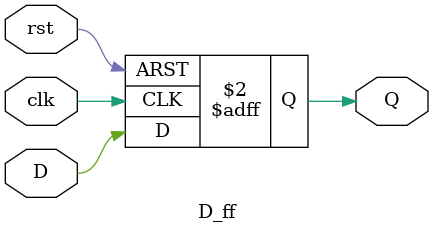
<source format=v>
module D_ff ( 
    input  wire clk, rst, D, 
    output reg  Q 
); 
    always @(posedge clk or posedge rst) begin 
        if (rst) 
            Q <= 1'b0;   // Reset 
        else 
            Q <= D;      // Capture D at clock edge 
    end 
endmodule
</source>
